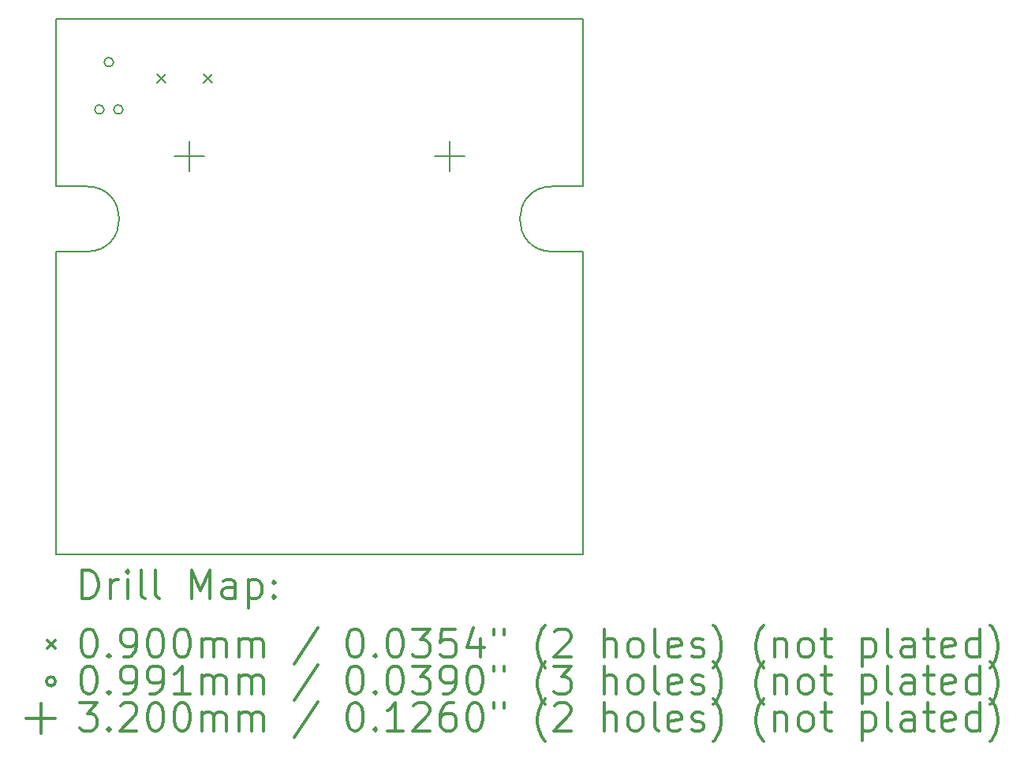
<source format=gbr>
%FSLAX45Y45*%
G04 Gerber Fmt 4.5, Leading zero omitted, Abs format (unit mm)*
G04 Created by KiCad (PCBNEW 5.1.10) date 2021-09-13 08:23:15*
%MOMM*%
%LPD*%
G01*
G04 APERTURE LIST*
%TA.AperFunction,Profile*%
%ADD10C,0.150000*%
%TD*%
%ADD11C,0.200000*%
%ADD12C,0.300000*%
G04 APERTURE END LIST*
D10*
X5650000Y3250000D02*
X5325000Y3250000D01*
X325000Y3950000D02*
G75*
G02*
X325000Y3250000I0J-350000D01*
G01*
X0Y3250000D02*
X325000Y3250000D01*
X5325000Y3950000D02*
G75*
G03*
X5325000Y3250000I0J-350000D01*
G01*
X325000Y3950000D02*
X0Y3950000D01*
X0Y3950000D02*
X0Y5750000D01*
X0Y0D02*
X0Y3250000D01*
X5650000Y0D02*
X0Y0D01*
X5650000Y3250000D02*
X5650000Y0D01*
X5650000Y3950000D02*
X5325000Y3950000D01*
X5650000Y5750000D02*
X5650000Y3950000D01*
X0Y5750000D02*
X5650000Y5750000D01*
D11*
X1080000Y5153000D02*
X1170000Y5063000D01*
X1170000Y5153000D02*
X1080000Y5063000D01*
X1580000Y5153000D02*
X1670000Y5063000D01*
X1670000Y5153000D02*
X1580000Y5063000D01*
X511930Y4776000D02*
G75*
G03*
X511930Y4776000I-49530J0D01*
G01*
X613530Y5284000D02*
G75*
G03*
X613530Y5284000I-49530J0D01*
G01*
X715130Y4776000D02*
G75*
G03*
X715130Y4776000I-49530J0D01*
G01*
X1425000Y4435000D02*
X1425000Y4115000D01*
X1265000Y4275000D02*
X1585000Y4275000D01*
X4225000Y4435000D02*
X4225000Y4115000D01*
X4065000Y4275000D02*
X4385000Y4275000D01*
D12*
X278928Y-473214D02*
X278928Y-173214D01*
X350357Y-173214D01*
X393214Y-187500D01*
X421786Y-216071D01*
X436071Y-244643D01*
X450357Y-301786D01*
X450357Y-344643D01*
X436071Y-401786D01*
X421786Y-430357D01*
X393214Y-458929D01*
X350357Y-473214D01*
X278928Y-473214D01*
X578928Y-473214D02*
X578928Y-273214D01*
X578928Y-330357D02*
X593214Y-301786D01*
X607500Y-287500D01*
X636071Y-273214D01*
X664643Y-273214D01*
X764643Y-473214D02*
X764643Y-273214D01*
X764643Y-173214D02*
X750357Y-187500D01*
X764643Y-201786D01*
X778928Y-187500D01*
X764643Y-173214D01*
X764643Y-201786D01*
X950357Y-473214D02*
X921786Y-458929D01*
X907500Y-430357D01*
X907500Y-173214D01*
X1107500Y-473214D02*
X1078928Y-458929D01*
X1064643Y-430357D01*
X1064643Y-173214D01*
X1450357Y-473214D02*
X1450357Y-173214D01*
X1550357Y-387500D01*
X1650357Y-173214D01*
X1650357Y-473214D01*
X1921786Y-473214D02*
X1921786Y-316072D01*
X1907500Y-287500D01*
X1878928Y-273214D01*
X1821786Y-273214D01*
X1793214Y-287500D01*
X1921786Y-458929D02*
X1893214Y-473214D01*
X1821786Y-473214D01*
X1793214Y-458929D01*
X1778928Y-430357D01*
X1778928Y-401786D01*
X1793214Y-373214D01*
X1821786Y-358929D01*
X1893214Y-358929D01*
X1921786Y-344643D01*
X2064643Y-273214D02*
X2064643Y-573214D01*
X2064643Y-287500D02*
X2093214Y-273214D01*
X2150357Y-273214D01*
X2178928Y-287500D01*
X2193214Y-301786D01*
X2207500Y-330357D01*
X2207500Y-416071D01*
X2193214Y-444643D01*
X2178928Y-458929D01*
X2150357Y-473214D01*
X2093214Y-473214D01*
X2064643Y-458929D01*
X2336071Y-444643D02*
X2350357Y-458929D01*
X2336071Y-473214D01*
X2321786Y-458929D01*
X2336071Y-444643D01*
X2336071Y-473214D01*
X2336071Y-287500D02*
X2350357Y-301786D01*
X2336071Y-316072D01*
X2321786Y-301786D01*
X2336071Y-287500D01*
X2336071Y-316072D01*
X-97500Y-922500D02*
X-7500Y-1012500D01*
X-7500Y-922500D02*
X-97500Y-1012500D01*
X336071Y-803214D02*
X364643Y-803214D01*
X393214Y-817500D01*
X407500Y-831786D01*
X421786Y-860357D01*
X436071Y-917500D01*
X436071Y-988929D01*
X421786Y-1046071D01*
X407500Y-1074643D01*
X393214Y-1088929D01*
X364643Y-1103214D01*
X336071Y-1103214D01*
X307500Y-1088929D01*
X293214Y-1074643D01*
X278928Y-1046071D01*
X264643Y-988929D01*
X264643Y-917500D01*
X278928Y-860357D01*
X293214Y-831786D01*
X307500Y-817500D01*
X336071Y-803214D01*
X564643Y-1074643D02*
X578928Y-1088929D01*
X564643Y-1103214D01*
X550357Y-1088929D01*
X564643Y-1074643D01*
X564643Y-1103214D01*
X721786Y-1103214D02*
X778928Y-1103214D01*
X807500Y-1088929D01*
X821786Y-1074643D01*
X850357Y-1031786D01*
X864643Y-974643D01*
X864643Y-860357D01*
X850357Y-831786D01*
X836071Y-817500D01*
X807500Y-803214D01*
X750357Y-803214D01*
X721786Y-817500D01*
X707500Y-831786D01*
X693214Y-860357D01*
X693214Y-931786D01*
X707500Y-960357D01*
X721786Y-974643D01*
X750357Y-988929D01*
X807500Y-988929D01*
X836071Y-974643D01*
X850357Y-960357D01*
X864643Y-931786D01*
X1050357Y-803214D02*
X1078928Y-803214D01*
X1107500Y-817500D01*
X1121786Y-831786D01*
X1136071Y-860357D01*
X1150357Y-917500D01*
X1150357Y-988929D01*
X1136071Y-1046071D01*
X1121786Y-1074643D01*
X1107500Y-1088929D01*
X1078928Y-1103214D01*
X1050357Y-1103214D01*
X1021786Y-1088929D01*
X1007500Y-1074643D01*
X993214Y-1046071D01*
X978928Y-988929D01*
X978928Y-917500D01*
X993214Y-860357D01*
X1007500Y-831786D01*
X1021786Y-817500D01*
X1050357Y-803214D01*
X1336071Y-803214D02*
X1364643Y-803214D01*
X1393214Y-817500D01*
X1407500Y-831786D01*
X1421786Y-860357D01*
X1436071Y-917500D01*
X1436071Y-988929D01*
X1421786Y-1046071D01*
X1407500Y-1074643D01*
X1393214Y-1088929D01*
X1364643Y-1103214D01*
X1336071Y-1103214D01*
X1307500Y-1088929D01*
X1293214Y-1074643D01*
X1278928Y-1046071D01*
X1264643Y-988929D01*
X1264643Y-917500D01*
X1278928Y-860357D01*
X1293214Y-831786D01*
X1307500Y-817500D01*
X1336071Y-803214D01*
X1564643Y-1103214D02*
X1564643Y-903214D01*
X1564643Y-931786D02*
X1578928Y-917500D01*
X1607500Y-903214D01*
X1650357Y-903214D01*
X1678928Y-917500D01*
X1693214Y-946071D01*
X1693214Y-1103214D01*
X1693214Y-946071D02*
X1707500Y-917500D01*
X1736071Y-903214D01*
X1778928Y-903214D01*
X1807500Y-917500D01*
X1821786Y-946071D01*
X1821786Y-1103214D01*
X1964643Y-1103214D02*
X1964643Y-903214D01*
X1964643Y-931786D02*
X1978928Y-917500D01*
X2007500Y-903214D01*
X2050357Y-903214D01*
X2078928Y-917500D01*
X2093214Y-946071D01*
X2093214Y-1103214D01*
X2093214Y-946071D02*
X2107500Y-917500D01*
X2136071Y-903214D01*
X2178928Y-903214D01*
X2207500Y-917500D01*
X2221786Y-946071D01*
X2221786Y-1103214D01*
X2807500Y-788929D02*
X2550357Y-1174643D01*
X3193214Y-803214D02*
X3221786Y-803214D01*
X3250357Y-817500D01*
X3264643Y-831786D01*
X3278928Y-860357D01*
X3293214Y-917500D01*
X3293214Y-988929D01*
X3278928Y-1046071D01*
X3264643Y-1074643D01*
X3250357Y-1088929D01*
X3221786Y-1103214D01*
X3193214Y-1103214D01*
X3164643Y-1088929D01*
X3150357Y-1074643D01*
X3136071Y-1046071D01*
X3121786Y-988929D01*
X3121786Y-917500D01*
X3136071Y-860357D01*
X3150357Y-831786D01*
X3164643Y-817500D01*
X3193214Y-803214D01*
X3421786Y-1074643D02*
X3436071Y-1088929D01*
X3421786Y-1103214D01*
X3407500Y-1088929D01*
X3421786Y-1074643D01*
X3421786Y-1103214D01*
X3621786Y-803214D02*
X3650357Y-803214D01*
X3678928Y-817500D01*
X3693214Y-831786D01*
X3707500Y-860357D01*
X3721786Y-917500D01*
X3721786Y-988929D01*
X3707500Y-1046071D01*
X3693214Y-1074643D01*
X3678928Y-1088929D01*
X3650357Y-1103214D01*
X3621786Y-1103214D01*
X3593214Y-1088929D01*
X3578928Y-1074643D01*
X3564643Y-1046071D01*
X3550357Y-988929D01*
X3550357Y-917500D01*
X3564643Y-860357D01*
X3578928Y-831786D01*
X3593214Y-817500D01*
X3621786Y-803214D01*
X3821786Y-803214D02*
X4007500Y-803214D01*
X3907500Y-917500D01*
X3950357Y-917500D01*
X3978928Y-931786D01*
X3993214Y-946071D01*
X4007500Y-974643D01*
X4007500Y-1046071D01*
X3993214Y-1074643D01*
X3978928Y-1088929D01*
X3950357Y-1103214D01*
X3864643Y-1103214D01*
X3836071Y-1088929D01*
X3821786Y-1074643D01*
X4278928Y-803214D02*
X4136071Y-803214D01*
X4121786Y-946071D01*
X4136071Y-931786D01*
X4164643Y-917500D01*
X4236071Y-917500D01*
X4264643Y-931786D01*
X4278928Y-946071D01*
X4293214Y-974643D01*
X4293214Y-1046071D01*
X4278928Y-1074643D01*
X4264643Y-1088929D01*
X4236071Y-1103214D01*
X4164643Y-1103214D01*
X4136071Y-1088929D01*
X4121786Y-1074643D01*
X4550357Y-903214D02*
X4550357Y-1103214D01*
X4478928Y-788929D02*
X4407500Y-1003214D01*
X4593214Y-1003214D01*
X4693214Y-803214D02*
X4693214Y-860357D01*
X4807500Y-803214D02*
X4807500Y-860357D01*
X5250357Y-1217500D02*
X5236071Y-1203214D01*
X5207500Y-1160357D01*
X5193214Y-1131786D01*
X5178928Y-1088929D01*
X5164643Y-1017500D01*
X5164643Y-960357D01*
X5178928Y-888929D01*
X5193214Y-846071D01*
X5207500Y-817500D01*
X5236071Y-774643D01*
X5250357Y-760357D01*
X5350357Y-831786D02*
X5364643Y-817500D01*
X5393214Y-803214D01*
X5464643Y-803214D01*
X5493214Y-817500D01*
X5507500Y-831786D01*
X5521786Y-860357D01*
X5521786Y-888929D01*
X5507500Y-931786D01*
X5336071Y-1103214D01*
X5521786Y-1103214D01*
X5878928Y-1103214D02*
X5878928Y-803214D01*
X6007500Y-1103214D02*
X6007500Y-946071D01*
X5993214Y-917500D01*
X5964643Y-903214D01*
X5921786Y-903214D01*
X5893214Y-917500D01*
X5878928Y-931786D01*
X6193214Y-1103214D02*
X6164643Y-1088929D01*
X6150357Y-1074643D01*
X6136071Y-1046071D01*
X6136071Y-960357D01*
X6150357Y-931786D01*
X6164643Y-917500D01*
X6193214Y-903214D01*
X6236071Y-903214D01*
X6264643Y-917500D01*
X6278928Y-931786D01*
X6293214Y-960357D01*
X6293214Y-1046071D01*
X6278928Y-1074643D01*
X6264643Y-1088929D01*
X6236071Y-1103214D01*
X6193214Y-1103214D01*
X6464643Y-1103214D02*
X6436071Y-1088929D01*
X6421786Y-1060357D01*
X6421786Y-803214D01*
X6693214Y-1088929D02*
X6664643Y-1103214D01*
X6607500Y-1103214D01*
X6578928Y-1088929D01*
X6564643Y-1060357D01*
X6564643Y-946071D01*
X6578928Y-917500D01*
X6607500Y-903214D01*
X6664643Y-903214D01*
X6693214Y-917500D01*
X6707500Y-946071D01*
X6707500Y-974643D01*
X6564643Y-1003214D01*
X6821786Y-1088929D02*
X6850357Y-1103214D01*
X6907500Y-1103214D01*
X6936071Y-1088929D01*
X6950357Y-1060357D01*
X6950357Y-1046071D01*
X6936071Y-1017500D01*
X6907500Y-1003214D01*
X6864643Y-1003214D01*
X6836071Y-988929D01*
X6821786Y-960357D01*
X6821786Y-946071D01*
X6836071Y-917500D01*
X6864643Y-903214D01*
X6907500Y-903214D01*
X6936071Y-917500D01*
X7050357Y-1217500D02*
X7064643Y-1203214D01*
X7093214Y-1160357D01*
X7107500Y-1131786D01*
X7121786Y-1088929D01*
X7136071Y-1017500D01*
X7136071Y-960357D01*
X7121786Y-888929D01*
X7107500Y-846071D01*
X7093214Y-817500D01*
X7064643Y-774643D01*
X7050357Y-760357D01*
X7593214Y-1217500D02*
X7578928Y-1203214D01*
X7550357Y-1160357D01*
X7536071Y-1131786D01*
X7521786Y-1088929D01*
X7507500Y-1017500D01*
X7507500Y-960357D01*
X7521786Y-888929D01*
X7536071Y-846071D01*
X7550357Y-817500D01*
X7578928Y-774643D01*
X7593214Y-760357D01*
X7707500Y-903214D02*
X7707500Y-1103214D01*
X7707500Y-931786D02*
X7721786Y-917500D01*
X7750357Y-903214D01*
X7793214Y-903214D01*
X7821786Y-917500D01*
X7836071Y-946071D01*
X7836071Y-1103214D01*
X8021786Y-1103214D02*
X7993214Y-1088929D01*
X7978928Y-1074643D01*
X7964643Y-1046071D01*
X7964643Y-960357D01*
X7978928Y-931786D01*
X7993214Y-917500D01*
X8021786Y-903214D01*
X8064643Y-903214D01*
X8093214Y-917500D01*
X8107500Y-931786D01*
X8121786Y-960357D01*
X8121786Y-1046071D01*
X8107500Y-1074643D01*
X8093214Y-1088929D01*
X8064643Y-1103214D01*
X8021786Y-1103214D01*
X8207500Y-903214D02*
X8321786Y-903214D01*
X8250357Y-803214D02*
X8250357Y-1060357D01*
X8264643Y-1088929D01*
X8293214Y-1103214D01*
X8321786Y-1103214D01*
X8650357Y-903214D02*
X8650357Y-1203214D01*
X8650357Y-917500D02*
X8678928Y-903214D01*
X8736071Y-903214D01*
X8764643Y-917500D01*
X8778928Y-931786D01*
X8793214Y-960357D01*
X8793214Y-1046071D01*
X8778928Y-1074643D01*
X8764643Y-1088929D01*
X8736071Y-1103214D01*
X8678928Y-1103214D01*
X8650357Y-1088929D01*
X8964643Y-1103214D02*
X8936071Y-1088929D01*
X8921786Y-1060357D01*
X8921786Y-803214D01*
X9207500Y-1103214D02*
X9207500Y-946071D01*
X9193214Y-917500D01*
X9164643Y-903214D01*
X9107500Y-903214D01*
X9078928Y-917500D01*
X9207500Y-1088929D02*
X9178928Y-1103214D01*
X9107500Y-1103214D01*
X9078928Y-1088929D01*
X9064643Y-1060357D01*
X9064643Y-1031786D01*
X9078928Y-1003214D01*
X9107500Y-988929D01*
X9178928Y-988929D01*
X9207500Y-974643D01*
X9307500Y-903214D02*
X9421786Y-903214D01*
X9350357Y-803214D02*
X9350357Y-1060357D01*
X9364643Y-1088929D01*
X9393214Y-1103214D01*
X9421786Y-1103214D01*
X9636071Y-1088929D02*
X9607500Y-1103214D01*
X9550357Y-1103214D01*
X9521786Y-1088929D01*
X9507500Y-1060357D01*
X9507500Y-946071D01*
X9521786Y-917500D01*
X9550357Y-903214D01*
X9607500Y-903214D01*
X9636071Y-917500D01*
X9650357Y-946071D01*
X9650357Y-974643D01*
X9507500Y-1003214D01*
X9907500Y-1103214D02*
X9907500Y-803214D01*
X9907500Y-1088929D02*
X9878928Y-1103214D01*
X9821786Y-1103214D01*
X9793214Y-1088929D01*
X9778928Y-1074643D01*
X9764643Y-1046071D01*
X9764643Y-960357D01*
X9778928Y-931786D01*
X9793214Y-917500D01*
X9821786Y-903214D01*
X9878928Y-903214D01*
X9907500Y-917500D01*
X10021786Y-1217500D02*
X10036071Y-1203214D01*
X10064643Y-1160357D01*
X10078928Y-1131786D01*
X10093214Y-1088929D01*
X10107500Y-1017500D01*
X10107500Y-960357D01*
X10093214Y-888929D01*
X10078928Y-846071D01*
X10064643Y-817500D01*
X10036071Y-774643D01*
X10021786Y-760357D01*
X-7500Y-1363500D02*
G75*
G03*
X-7500Y-1363500I-49530J0D01*
G01*
X336071Y-1199214D02*
X364643Y-1199214D01*
X393214Y-1213500D01*
X407500Y-1227786D01*
X421786Y-1256357D01*
X436071Y-1313500D01*
X436071Y-1384929D01*
X421786Y-1442071D01*
X407500Y-1470643D01*
X393214Y-1484929D01*
X364643Y-1499214D01*
X336071Y-1499214D01*
X307500Y-1484929D01*
X293214Y-1470643D01*
X278928Y-1442071D01*
X264643Y-1384929D01*
X264643Y-1313500D01*
X278928Y-1256357D01*
X293214Y-1227786D01*
X307500Y-1213500D01*
X336071Y-1199214D01*
X564643Y-1470643D02*
X578928Y-1484929D01*
X564643Y-1499214D01*
X550357Y-1484929D01*
X564643Y-1470643D01*
X564643Y-1499214D01*
X721786Y-1499214D02*
X778928Y-1499214D01*
X807500Y-1484929D01*
X821786Y-1470643D01*
X850357Y-1427786D01*
X864643Y-1370643D01*
X864643Y-1256357D01*
X850357Y-1227786D01*
X836071Y-1213500D01*
X807500Y-1199214D01*
X750357Y-1199214D01*
X721786Y-1213500D01*
X707500Y-1227786D01*
X693214Y-1256357D01*
X693214Y-1327786D01*
X707500Y-1356357D01*
X721786Y-1370643D01*
X750357Y-1384929D01*
X807500Y-1384929D01*
X836071Y-1370643D01*
X850357Y-1356357D01*
X864643Y-1327786D01*
X1007500Y-1499214D02*
X1064643Y-1499214D01*
X1093214Y-1484929D01*
X1107500Y-1470643D01*
X1136071Y-1427786D01*
X1150357Y-1370643D01*
X1150357Y-1256357D01*
X1136071Y-1227786D01*
X1121786Y-1213500D01*
X1093214Y-1199214D01*
X1036071Y-1199214D01*
X1007500Y-1213500D01*
X993214Y-1227786D01*
X978928Y-1256357D01*
X978928Y-1327786D01*
X993214Y-1356357D01*
X1007500Y-1370643D01*
X1036071Y-1384929D01*
X1093214Y-1384929D01*
X1121786Y-1370643D01*
X1136071Y-1356357D01*
X1150357Y-1327786D01*
X1436071Y-1499214D02*
X1264643Y-1499214D01*
X1350357Y-1499214D02*
X1350357Y-1199214D01*
X1321786Y-1242072D01*
X1293214Y-1270643D01*
X1264643Y-1284929D01*
X1564643Y-1499214D02*
X1564643Y-1299214D01*
X1564643Y-1327786D02*
X1578928Y-1313500D01*
X1607500Y-1299214D01*
X1650357Y-1299214D01*
X1678928Y-1313500D01*
X1693214Y-1342072D01*
X1693214Y-1499214D01*
X1693214Y-1342072D02*
X1707500Y-1313500D01*
X1736071Y-1299214D01*
X1778928Y-1299214D01*
X1807500Y-1313500D01*
X1821786Y-1342072D01*
X1821786Y-1499214D01*
X1964643Y-1499214D02*
X1964643Y-1299214D01*
X1964643Y-1327786D02*
X1978928Y-1313500D01*
X2007500Y-1299214D01*
X2050357Y-1299214D01*
X2078928Y-1313500D01*
X2093214Y-1342072D01*
X2093214Y-1499214D01*
X2093214Y-1342072D02*
X2107500Y-1313500D01*
X2136071Y-1299214D01*
X2178928Y-1299214D01*
X2207500Y-1313500D01*
X2221786Y-1342072D01*
X2221786Y-1499214D01*
X2807500Y-1184929D02*
X2550357Y-1570643D01*
X3193214Y-1199214D02*
X3221786Y-1199214D01*
X3250357Y-1213500D01*
X3264643Y-1227786D01*
X3278928Y-1256357D01*
X3293214Y-1313500D01*
X3293214Y-1384929D01*
X3278928Y-1442071D01*
X3264643Y-1470643D01*
X3250357Y-1484929D01*
X3221786Y-1499214D01*
X3193214Y-1499214D01*
X3164643Y-1484929D01*
X3150357Y-1470643D01*
X3136071Y-1442071D01*
X3121786Y-1384929D01*
X3121786Y-1313500D01*
X3136071Y-1256357D01*
X3150357Y-1227786D01*
X3164643Y-1213500D01*
X3193214Y-1199214D01*
X3421786Y-1470643D02*
X3436071Y-1484929D01*
X3421786Y-1499214D01*
X3407500Y-1484929D01*
X3421786Y-1470643D01*
X3421786Y-1499214D01*
X3621786Y-1199214D02*
X3650357Y-1199214D01*
X3678928Y-1213500D01*
X3693214Y-1227786D01*
X3707500Y-1256357D01*
X3721786Y-1313500D01*
X3721786Y-1384929D01*
X3707500Y-1442071D01*
X3693214Y-1470643D01*
X3678928Y-1484929D01*
X3650357Y-1499214D01*
X3621786Y-1499214D01*
X3593214Y-1484929D01*
X3578928Y-1470643D01*
X3564643Y-1442071D01*
X3550357Y-1384929D01*
X3550357Y-1313500D01*
X3564643Y-1256357D01*
X3578928Y-1227786D01*
X3593214Y-1213500D01*
X3621786Y-1199214D01*
X3821786Y-1199214D02*
X4007500Y-1199214D01*
X3907500Y-1313500D01*
X3950357Y-1313500D01*
X3978928Y-1327786D01*
X3993214Y-1342072D01*
X4007500Y-1370643D01*
X4007500Y-1442071D01*
X3993214Y-1470643D01*
X3978928Y-1484929D01*
X3950357Y-1499214D01*
X3864643Y-1499214D01*
X3836071Y-1484929D01*
X3821786Y-1470643D01*
X4150357Y-1499214D02*
X4207500Y-1499214D01*
X4236071Y-1484929D01*
X4250357Y-1470643D01*
X4278928Y-1427786D01*
X4293214Y-1370643D01*
X4293214Y-1256357D01*
X4278928Y-1227786D01*
X4264643Y-1213500D01*
X4236071Y-1199214D01*
X4178928Y-1199214D01*
X4150357Y-1213500D01*
X4136071Y-1227786D01*
X4121786Y-1256357D01*
X4121786Y-1327786D01*
X4136071Y-1356357D01*
X4150357Y-1370643D01*
X4178928Y-1384929D01*
X4236071Y-1384929D01*
X4264643Y-1370643D01*
X4278928Y-1356357D01*
X4293214Y-1327786D01*
X4478928Y-1199214D02*
X4507500Y-1199214D01*
X4536071Y-1213500D01*
X4550357Y-1227786D01*
X4564643Y-1256357D01*
X4578928Y-1313500D01*
X4578928Y-1384929D01*
X4564643Y-1442071D01*
X4550357Y-1470643D01*
X4536071Y-1484929D01*
X4507500Y-1499214D01*
X4478928Y-1499214D01*
X4450357Y-1484929D01*
X4436071Y-1470643D01*
X4421786Y-1442071D01*
X4407500Y-1384929D01*
X4407500Y-1313500D01*
X4421786Y-1256357D01*
X4436071Y-1227786D01*
X4450357Y-1213500D01*
X4478928Y-1199214D01*
X4693214Y-1199214D02*
X4693214Y-1256357D01*
X4807500Y-1199214D02*
X4807500Y-1256357D01*
X5250357Y-1613500D02*
X5236071Y-1599214D01*
X5207500Y-1556357D01*
X5193214Y-1527786D01*
X5178928Y-1484929D01*
X5164643Y-1413500D01*
X5164643Y-1356357D01*
X5178928Y-1284929D01*
X5193214Y-1242072D01*
X5207500Y-1213500D01*
X5236071Y-1170643D01*
X5250357Y-1156357D01*
X5336071Y-1199214D02*
X5521786Y-1199214D01*
X5421786Y-1313500D01*
X5464643Y-1313500D01*
X5493214Y-1327786D01*
X5507500Y-1342072D01*
X5521786Y-1370643D01*
X5521786Y-1442071D01*
X5507500Y-1470643D01*
X5493214Y-1484929D01*
X5464643Y-1499214D01*
X5378928Y-1499214D01*
X5350357Y-1484929D01*
X5336071Y-1470643D01*
X5878928Y-1499214D02*
X5878928Y-1199214D01*
X6007500Y-1499214D02*
X6007500Y-1342072D01*
X5993214Y-1313500D01*
X5964643Y-1299214D01*
X5921786Y-1299214D01*
X5893214Y-1313500D01*
X5878928Y-1327786D01*
X6193214Y-1499214D02*
X6164643Y-1484929D01*
X6150357Y-1470643D01*
X6136071Y-1442071D01*
X6136071Y-1356357D01*
X6150357Y-1327786D01*
X6164643Y-1313500D01*
X6193214Y-1299214D01*
X6236071Y-1299214D01*
X6264643Y-1313500D01*
X6278928Y-1327786D01*
X6293214Y-1356357D01*
X6293214Y-1442071D01*
X6278928Y-1470643D01*
X6264643Y-1484929D01*
X6236071Y-1499214D01*
X6193214Y-1499214D01*
X6464643Y-1499214D02*
X6436071Y-1484929D01*
X6421786Y-1456357D01*
X6421786Y-1199214D01*
X6693214Y-1484929D02*
X6664643Y-1499214D01*
X6607500Y-1499214D01*
X6578928Y-1484929D01*
X6564643Y-1456357D01*
X6564643Y-1342072D01*
X6578928Y-1313500D01*
X6607500Y-1299214D01*
X6664643Y-1299214D01*
X6693214Y-1313500D01*
X6707500Y-1342072D01*
X6707500Y-1370643D01*
X6564643Y-1399214D01*
X6821786Y-1484929D02*
X6850357Y-1499214D01*
X6907500Y-1499214D01*
X6936071Y-1484929D01*
X6950357Y-1456357D01*
X6950357Y-1442071D01*
X6936071Y-1413500D01*
X6907500Y-1399214D01*
X6864643Y-1399214D01*
X6836071Y-1384929D01*
X6821786Y-1356357D01*
X6821786Y-1342072D01*
X6836071Y-1313500D01*
X6864643Y-1299214D01*
X6907500Y-1299214D01*
X6936071Y-1313500D01*
X7050357Y-1613500D02*
X7064643Y-1599214D01*
X7093214Y-1556357D01*
X7107500Y-1527786D01*
X7121786Y-1484929D01*
X7136071Y-1413500D01*
X7136071Y-1356357D01*
X7121786Y-1284929D01*
X7107500Y-1242072D01*
X7093214Y-1213500D01*
X7064643Y-1170643D01*
X7050357Y-1156357D01*
X7593214Y-1613500D02*
X7578928Y-1599214D01*
X7550357Y-1556357D01*
X7536071Y-1527786D01*
X7521786Y-1484929D01*
X7507500Y-1413500D01*
X7507500Y-1356357D01*
X7521786Y-1284929D01*
X7536071Y-1242072D01*
X7550357Y-1213500D01*
X7578928Y-1170643D01*
X7593214Y-1156357D01*
X7707500Y-1299214D02*
X7707500Y-1499214D01*
X7707500Y-1327786D02*
X7721786Y-1313500D01*
X7750357Y-1299214D01*
X7793214Y-1299214D01*
X7821786Y-1313500D01*
X7836071Y-1342072D01*
X7836071Y-1499214D01*
X8021786Y-1499214D02*
X7993214Y-1484929D01*
X7978928Y-1470643D01*
X7964643Y-1442071D01*
X7964643Y-1356357D01*
X7978928Y-1327786D01*
X7993214Y-1313500D01*
X8021786Y-1299214D01*
X8064643Y-1299214D01*
X8093214Y-1313500D01*
X8107500Y-1327786D01*
X8121786Y-1356357D01*
X8121786Y-1442071D01*
X8107500Y-1470643D01*
X8093214Y-1484929D01*
X8064643Y-1499214D01*
X8021786Y-1499214D01*
X8207500Y-1299214D02*
X8321786Y-1299214D01*
X8250357Y-1199214D02*
X8250357Y-1456357D01*
X8264643Y-1484929D01*
X8293214Y-1499214D01*
X8321786Y-1499214D01*
X8650357Y-1299214D02*
X8650357Y-1599214D01*
X8650357Y-1313500D02*
X8678928Y-1299214D01*
X8736071Y-1299214D01*
X8764643Y-1313500D01*
X8778928Y-1327786D01*
X8793214Y-1356357D01*
X8793214Y-1442071D01*
X8778928Y-1470643D01*
X8764643Y-1484929D01*
X8736071Y-1499214D01*
X8678928Y-1499214D01*
X8650357Y-1484929D01*
X8964643Y-1499214D02*
X8936071Y-1484929D01*
X8921786Y-1456357D01*
X8921786Y-1199214D01*
X9207500Y-1499214D02*
X9207500Y-1342072D01*
X9193214Y-1313500D01*
X9164643Y-1299214D01*
X9107500Y-1299214D01*
X9078928Y-1313500D01*
X9207500Y-1484929D02*
X9178928Y-1499214D01*
X9107500Y-1499214D01*
X9078928Y-1484929D01*
X9064643Y-1456357D01*
X9064643Y-1427786D01*
X9078928Y-1399214D01*
X9107500Y-1384929D01*
X9178928Y-1384929D01*
X9207500Y-1370643D01*
X9307500Y-1299214D02*
X9421786Y-1299214D01*
X9350357Y-1199214D02*
X9350357Y-1456357D01*
X9364643Y-1484929D01*
X9393214Y-1499214D01*
X9421786Y-1499214D01*
X9636071Y-1484929D02*
X9607500Y-1499214D01*
X9550357Y-1499214D01*
X9521786Y-1484929D01*
X9507500Y-1456357D01*
X9507500Y-1342072D01*
X9521786Y-1313500D01*
X9550357Y-1299214D01*
X9607500Y-1299214D01*
X9636071Y-1313500D01*
X9650357Y-1342072D01*
X9650357Y-1370643D01*
X9507500Y-1399214D01*
X9907500Y-1499214D02*
X9907500Y-1199214D01*
X9907500Y-1484929D02*
X9878928Y-1499214D01*
X9821786Y-1499214D01*
X9793214Y-1484929D01*
X9778928Y-1470643D01*
X9764643Y-1442071D01*
X9764643Y-1356357D01*
X9778928Y-1327786D01*
X9793214Y-1313500D01*
X9821786Y-1299214D01*
X9878928Y-1299214D01*
X9907500Y-1313500D01*
X10021786Y-1613500D02*
X10036071Y-1599214D01*
X10064643Y-1556357D01*
X10078928Y-1527786D01*
X10093214Y-1484929D01*
X10107500Y-1413500D01*
X10107500Y-1356357D01*
X10093214Y-1284929D01*
X10078928Y-1242072D01*
X10064643Y-1213500D01*
X10036071Y-1170643D01*
X10021786Y-1156357D01*
X-167500Y-1599500D02*
X-167500Y-1919500D01*
X-327500Y-1759500D02*
X-7500Y-1759500D01*
X250357Y-1595214D02*
X436071Y-1595214D01*
X336071Y-1709500D01*
X378928Y-1709500D01*
X407500Y-1723786D01*
X421786Y-1738071D01*
X436071Y-1766643D01*
X436071Y-1838071D01*
X421786Y-1866643D01*
X407500Y-1880929D01*
X378928Y-1895214D01*
X293214Y-1895214D01*
X264643Y-1880929D01*
X250357Y-1866643D01*
X564643Y-1866643D02*
X578928Y-1880929D01*
X564643Y-1895214D01*
X550357Y-1880929D01*
X564643Y-1866643D01*
X564643Y-1895214D01*
X693214Y-1623786D02*
X707500Y-1609500D01*
X736071Y-1595214D01*
X807500Y-1595214D01*
X836071Y-1609500D01*
X850357Y-1623786D01*
X864643Y-1652357D01*
X864643Y-1680929D01*
X850357Y-1723786D01*
X678928Y-1895214D01*
X864643Y-1895214D01*
X1050357Y-1595214D02*
X1078928Y-1595214D01*
X1107500Y-1609500D01*
X1121786Y-1623786D01*
X1136071Y-1652357D01*
X1150357Y-1709500D01*
X1150357Y-1780929D01*
X1136071Y-1838071D01*
X1121786Y-1866643D01*
X1107500Y-1880929D01*
X1078928Y-1895214D01*
X1050357Y-1895214D01*
X1021786Y-1880929D01*
X1007500Y-1866643D01*
X993214Y-1838071D01*
X978928Y-1780929D01*
X978928Y-1709500D01*
X993214Y-1652357D01*
X1007500Y-1623786D01*
X1021786Y-1609500D01*
X1050357Y-1595214D01*
X1336071Y-1595214D02*
X1364643Y-1595214D01*
X1393214Y-1609500D01*
X1407500Y-1623786D01*
X1421786Y-1652357D01*
X1436071Y-1709500D01*
X1436071Y-1780929D01*
X1421786Y-1838071D01*
X1407500Y-1866643D01*
X1393214Y-1880929D01*
X1364643Y-1895214D01*
X1336071Y-1895214D01*
X1307500Y-1880929D01*
X1293214Y-1866643D01*
X1278928Y-1838071D01*
X1264643Y-1780929D01*
X1264643Y-1709500D01*
X1278928Y-1652357D01*
X1293214Y-1623786D01*
X1307500Y-1609500D01*
X1336071Y-1595214D01*
X1564643Y-1895214D02*
X1564643Y-1695214D01*
X1564643Y-1723786D02*
X1578928Y-1709500D01*
X1607500Y-1695214D01*
X1650357Y-1695214D01*
X1678928Y-1709500D01*
X1693214Y-1738071D01*
X1693214Y-1895214D01*
X1693214Y-1738071D02*
X1707500Y-1709500D01*
X1736071Y-1695214D01*
X1778928Y-1695214D01*
X1807500Y-1709500D01*
X1821786Y-1738071D01*
X1821786Y-1895214D01*
X1964643Y-1895214D02*
X1964643Y-1695214D01*
X1964643Y-1723786D02*
X1978928Y-1709500D01*
X2007500Y-1695214D01*
X2050357Y-1695214D01*
X2078928Y-1709500D01*
X2093214Y-1738071D01*
X2093214Y-1895214D01*
X2093214Y-1738071D02*
X2107500Y-1709500D01*
X2136071Y-1695214D01*
X2178928Y-1695214D01*
X2207500Y-1709500D01*
X2221786Y-1738071D01*
X2221786Y-1895214D01*
X2807500Y-1580929D02*
X2550357Y-1966643D01*
X3193214Y-1595214D02*
X3221786Y-1595214D01*
X3250357Y-1609500D01*
X3264643Y-1623786D01*
X3278928Y-1652357D01*
X3293214Y-1709500D01*
X3293214Y-1780929D01*
X3278928Y-1838071D01*
X3264643Y-1866643D01*
X3250357Y-1880929D01*
X3221786Y-1895214D01*
X3193214Y-1895214D01*
X3164643Y-1880929D01*
X3150357Y-1866643D01*
X3136071Y-1838071D01*
X3121786Y-1780929D01*
X3121786Y-1709500D01*
X3136071Y-1652357D01*
X3150357Y-1623786D01*
X3164643Y-1609500D01*
X3193214Y-1595214D01*
X3421786Y-1866643D02*
X3436071Y-1880929D01*
X3421786Y-1895214D01*
X3407500Y-1880929D01*
X3421786Y-1866643D01*
X3421786Y-1895214D01*
X3721786Y-1895214D02*
X3550357Y-1895214D01*
X3636071Y-1895214D02*
X3636071Y-1595214D01*
X3607500Y-1638071D01*
X3578928Y-1666643D01*
X3550357Y-1680929D01*
X3836071Y-1623786D02*
X3850357Y-1609500D01*
X3878928Y-1595214D01*
X3950357Y-1595214D01*
X3978928Y-1609500D01*
X3993214Y-1623786D01*
X4007500Y-1652357D01*
X4007500Y-1680929D01*
X3993214Y-1723786D01*
X3821786Y-1895214D01*
X4007500Y-1895214D01*
X4264643Y-1595214D02*
X4207500Y-1595214D01*
X4178928Y-1609500D01*
X4164643Y-1623786D01*
X4136071Y-1666643D01*
X4121786Y-1723786D01*
X4121786Y-1838071D01*
X4136071Y-1866643D01*
X4150357Y-1880929D01*
X4178928Y-1895214D01*
X4236071Y-1895214D01*
X4264643Y-1880929D01*
X4278928Y-1866643D01*
X4293214Y-1838071D01*
X4293214Y-1766643D01*
X4278928Y-1738071D01*
X4264643Y-1723786D01*
X4236071Y-1709500D01*
X4178928Y-1709500D01*
X4150357Y-1723786D01*
X4136071Y-1738071D01*
X4121786Y-1766643D01*
X4478928Y-1595214D02*
X4507500Y-1595214D01*
X4536071Y-1609500D01*
X4550357Y-1623786D01*
X4564643Y-1652357D01*
X4578928Y-1709500D01*
X4578928Y-1780929D01*
X4564643Y-1838071D01*
X4550357Y-1866643D01*
X4536071Y-1880929D01*
X4507500Y-1895214D01*
X4478928Y-1895214D01*
X4450357Y-1880929D01*
X4436071Y-1866643D01*
X4421786Y-1838071D01*
X4407500Y-1780929D01*
X4407500Y-1709500D01*
X4421786Y-1652357D01*
X4436071Y-1623786D01*
X4450357Y-1609500D01*
X4478928Y-1595214D01*
X4693214Y-1595214D02*
X4693214Y-1652357D01*
X4807500Y-1595214D02*
X4807500Y-1652357D01*
X5250357Y-2009500D02*
X5236071Y-1995214D01*
X5207500Y-1952357D01*
X5193214Y-1923786D01*
X5178928Y-1880929D01*
X5164643Y-1809500D01*
X5164643Y-1752357D01*
X5178928Y-1680929D01*
X5193214Y-1638071D01*
X5207500Y-1609500D01*
X5236071Y-1566643D01*
X5250357Y-1552357D01*
X5350357Y-1623786D02*
X5364643Y-1609500D01*
X5393214Y-1595214D01*
X5464643Y-1595214D01*
X5493214Y-1609500D01*
X5507500Y-1623786D01*
X5521786Y-1652357D01*
X5521786Y-1680929D01*
X5507500Y-1723786D01*
X5336071Y-1895214D01*
X5521786Y-1895214D01*
X5878928Y-1895214D02*
X5878928Y-1595214D01*
X6007500Y-1895214D02*
X6007500Y-1738071D01*
X5993214Y-1709500D01*
X5964643Y-1695214D01*
X5921786Y-1695214D01*
X5893214Y-1709500D01*
X5878928Y-1723786D01*
X6193214Y-1895214D02*
X6164643Y-1880929D01*
X6150357Y-1866643D01*
X6136071Y-1838071D01*
X6136071Y-1752357D01*
X6150357Y-1723786D01*
X6164643Y-1709500D01*
X6193214Y-1695214D01*
X6236071Y-1695214D01*
X6264643Y-1709500D01*
X6278928Y-1723786D01*
X6293214Y-1752357D01*
X6293214Y-1838071D01*
X6278928Y-1866643D01*
X6264643Y-1880929D01*
X6236071Y-1895214D01*
X6193214Y-1895214D01*
X6464643Y-1895214D02*
X6436071Y-1880929D01*
X6421786Y-1852357D01*
X6421786Y-1595214D01*
X6693214Y-1880929D02*
X6664643Y-1895214D01*
X6607500Y-1895214D01*
X6578928Y-1880929D01*
X6564643Y-1852357D01*
X6564643Y-1738071D01*
X6578928Y-1709500D01*
X6607500Y-1695214D01*
X6664643Y-1695214D01*
X6693214Y-1709500D01*
X6707500Y-1738071D01*
X6707500Y-1766643D01*
X6564643Y-1795214D01*
X6821786Y-1880929D02*
X6850357Y-1895214D01*
X6907500Y-1895214D01*
X6936071Y-1880929D01*
X6950357Y-1852357D01*
X6950357Y-1838071D01*
X6936071Y-1809500D01*
X6907500Y-1795214D01*
X6864643Y-1795214D01*
X6836071Y-1780929D01*
X6821786Y-1752357D01*
X6821786Y-1738071D01*
X6836071Y-1709500D01*
X6864643Y-1695214D01*
X6907500Y-1695214D01*
X6936071Y-1709500D01*
X7050357Y-2009500D02*
X7064643Y-1995214D01*
X7093214Y-1952357D01*
X7107500Y-1923786D01*
X7121786Y-1880929D01*
X7136071Y-1809500D01*
X7136071Y-1752357D01*
X7121786Y-1680929D01*
X7107500Y-1638071D01*
X7093214Y-1609500D01*
X7064643Y-1566643D01*
X7050357Y-1552357D01*
X7593214Y-2009500D02*
X7578928Y-1995214D01*
X7550357Y-1952357D01*
X7536071Y-1923786D01*
X7521786Y-1880929D01*
X7507500Y-1809500D01*
X7507500Y-1752357D01*
X7521786Y-1680929D01*
X7536071Y-1638071D01*
X7550357Y-1609500D01*
X7578928Y-1566643D01*
X7593214Y-1552357D01*
X7707500Y-1695214D02*
X7707500Y-1895214D01*
X7707500Y-1723786D02*
X7721786Y-1709500D01*
X7750357Y-1695214D01*
X7793214Y-1695214D01*
X7821786Y-1709500D01*
X7836071Y-1738071D01*
X7836071Y-1895214D01*
X8021786Y-1895214D02*
X7993214Y-1880929D01*
X7978928Y-1866643D01*
X7964643Y-1838071D01*
X7964643Y-1752357D01*
X7978928Y-1723786D01*
X7993214Y-1709500D01*
X8021786Y-1695214D01*
X8064643Y-1695214D01*
X8093214Y-1709500D01*
X8107500Y-1723786D01*
X8121786Y-1752357D01*
X8121786Y-1838071D01*
X8107500Y-1866643D01*
X8093214Y-1880929D01*
X8064643Y-1895214D01*
X8021786Y-1895214D01*
X8207500Y-1695214D02*
X8321786Y-1695214D01*
X8250357Y-1595214D02*
X8250357Y-1852357D01*
X8264643Y-1880929D01*
X8293214Y-1895214D01*
X8321786Y-1895214D01*
X8650357Y-1695214D02*
X8650357Y-1995214D01*
X8650357Y-1709500D02*
X8678928Y-1695214D01*
X8736071Y-1695214D01*
X8764643Y-1709500D01*
X8778928Y-1723786D01*
X8793214Y-1752357D01*
X8793214Y-1838071D01*
X8778928Y-1866643D01*
X8764643Y-1880929D01*
X8736071Y-1895214D01*
X8678928Y-1895214D01*
X8650357Y-1880929D01*
X8964643Y-1895214D02*
X8936071Y-1880929D01*
X8921786Y-1852357D01*
X8921786Y-1595214D01*
X9207500Y-1895214D02*
X9207500Y-1738071D01*
X9193214Y-1709500D01*
X9164643Y-1695214D01*
X9107500Y-1695214D01*
X9078928Y-1709500D01*
X9207500Y-1880929D02*
X9178928Y-1895214D01*
X9107500Y-1895214D01*
X9078928Y-1880929D01*
X9064643Y-1852357D01*
X9064643Y-1823786D01*
X9078928Y-1795214D01*
X9107500Y-1780929D01*
X9178928Y-1780929D01*
X9207500Y-1766643D01*
X9307500Y-1695214D02*
X9421786Y-1695214D01*
X9350357Y-1595214D02*
X9350357Y-1852357D01*
X9364643Y-1880929D01*
X9393214Y-1895214D01*
X9421786Y-1895214D01*
X9636071Y-1880929D02*
X9607500Y-1895214D01*
X9550357Y-1895214D01*
X9521786Y-1880929D01*
X9507500Y-1852357D01*
X9507500Y-1738071D01*
X9521786Y-1709500D01*
X9550357Y-1695214D01*
X9607500Y-1695214D01*
X9636071Y-1709500D01*
X9650357Y-1738071D01*
X9650357Y-1766643D01*
X9507500Y-1795214D01*
X9907500Y-1895214D02*
X9907500Y-1595214D01*
X9907500Y-1880929D02*
X9878928Y-1895214D01*
X9821786Y-1895214D01*
X9793214Y-1880929D01*
X9778928Y-1866643D01*
X9764643Y-1838071D01*
X9764643Y-1752357D01*
X9778928Y-1723786D01*
X9793214Y-1709500D01*
X9821786Y-1695214D01*
X9878928Y-1695214D01*
X9907500Y-1709500D01*
X10021786Y-2009500D02*
X10036071Y-1995214D01*
X10064643Y-1952357D01*
X10078928Y-1923786D01*
X10093214Y-1880929D01*
X10107500Y-1809500D01*
X10107500Y-1752357D01*
X10093214Y-1680929D01*
X10078928Y-1638071D01*
X10064643Y-1609500D01*
X10036071Y-1566643D01*
X10021786Y-1552357D01*
M02*

</source>
